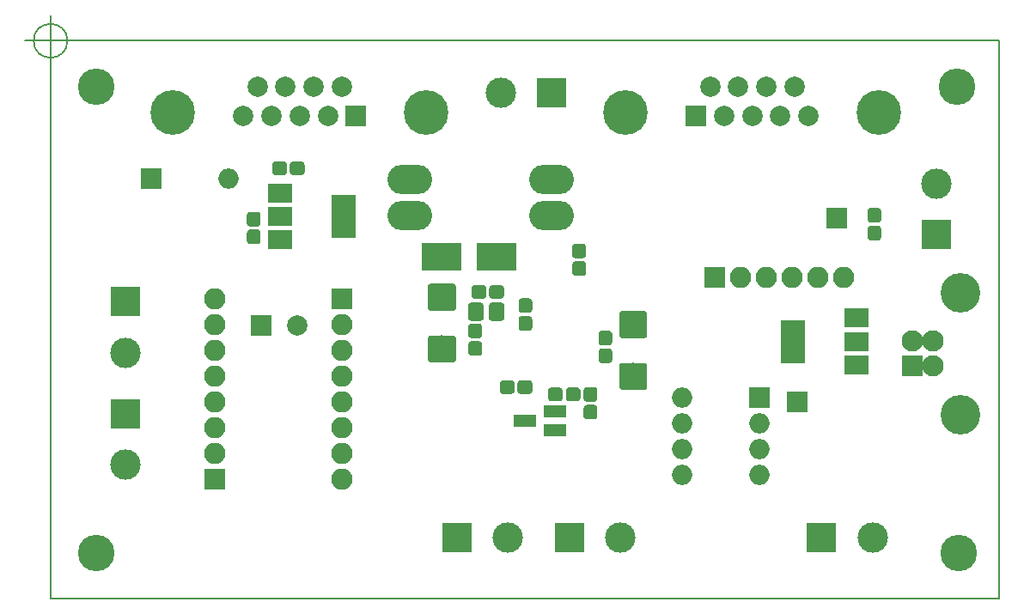
<source format=gbr>
G04 #@! TF.GenerationSoftware,KiCad,Pcbnew,5.1.4*
G04 #@! TF.CreationDate,2020-02-05T09:24:40+03:00*
G04 #@! TF.ProjectId,stm32,73746d33-322e-46b6-9963-61645f706362,rev?*
G04 #@! TF.SameCoordinates,Original*
G04 #@! TF.FileFunction,Soldermask,Bot*
G04 #@! TF.FilePolarity,Negative*
%FSLAX46Y46*%
G04 Gerber Fmt 4.6, Leading zero omitted, Abs format (unit mm)*
G04 Created by KiCad (PCBNEW 5.1.4) date 2020-02-05 09:24:40*
%MOMM*%
%LPD*%
G04 APERTURE LIST*
%ADD10C,0.150000*%
%ADD11C,3.000000*%
%ADD12R,3.000000X3.000000*%
%ADD13C,0.100000*%
%ADD14C,1.350000*%
%ADD15O,4.400000X2.900000*%
%ADD16R,2.100000X2.100000*%
%ADD17C,2.100000*%
%ADD18C,3.900000*%
%ADD19C,3.600000*%
%ADD20R,2.300000X1.200000*%
%ADD21R,2.000000X2.000000*%
%ADD22O,2.000000X2.000000*%
%ADD23R,2.400000X1.900000*%
%ADD24R,2.400000X4.200000*%
%ADD25C,2.000000*%
%ADD26C,2.650000*%
%ADD27R,3.900000X2.700000*%
%ADD28C,1.550000*%
%ADD29O,2.100000X2.100000*%
%ADD30C,4.400000*%
G04 APERTURE END LIST*
D10*
X80500000Y-117500000D02*
X174000000Y-117500000D01*
X174000000Y-62500000D02*
X80500000Y-62500000D01*
X82166666Y-62500000D02*
G75*
G03X82166666Y-62500000I-1666666J0D01*
G01*
X78000000Y-62500000D02*
X83000000Y-62500000D01*
X80500000Y-60000000D02*
X80500000Y-65000000D01*
X80500000Y-117500000D02*
X80500000Y-62500000D01*
X174000000Y-62500000D02*
X174000000Y-117500000D01*
D11*
X161500000Y-111500000D03*
D12*
X156500000Y-111500000D03*
D11*
X124855600Y-67615600D03*
D12*
X129855600Y-67615600D03*
D11*
X87846800Y-104314000D03*
D12*
X87846800Y-99314000D03*
D11*
X87846800Y-93239600D03*
D12*
X87846800Y-88239600D03*
D11*
X167779700Y-76622900D03*
D12*
X167779700Y-81622900D03*
D11*
X125523000Y-111500000D03*
D12*
X120523000Y-111500000D03*
D11*
X136635500Y-111500000D03*
D12*
X131635500Y-111500000D03*
D13*
G36*
X105233681Y-74396325D02*
G01*
X105266443Y-74401185D01*
X105298571Y-74409233D01*
X105329756Y-74420391D01*
X105359696Y-74434552D01*
X105388105Y-74451579D01*
X105414708Y-74471309D01*
X105439249Y-74493551D01*
X105461491Y-74518092D01*
X105481221Y-74544695D01*
X105498248Y-74573104D01*
X105512409Y-74603044D01*
X105523567Y-74634229D01*
X105531615Y-74666357D01*
X105536475Y-74699119D01*
X105538100Y-74732200D01*
X105538100Y-75407200D01*
X105536475Y-75440281D01*
X105531615Y-75473043D01*
X105523567Y-75505171D01*
X105512409Y-75536356D01*
X105498248Y-75566296D01*
X105481221Y-75594705D01*
X105461491Y-75621308D01*
X105439249Y-75645849D01*
X105414708Y-75668091D01*
X105388105Y-75687821D01*
X105359696Y-75704848D01*
X105329756Y-75719009D01*
X105298571Y-75730167D01*
X105266443Y-75738215D01*
X105233681Y-75743075D01*
X105200600Y-75744700D01*
X104425600Y-75744700D01*
X104392519Y-75743075D01*
X104359757Y-75738215D01*
X104327629Y-75730167D01*
X104296444Y-75719009D01*
X104266504Y-75704848D01*
X104238095Y-75687821D01*
X104211492Y-75668091D01*
X104186951Y-75645849D01*
X104164709Y-75621308D01*
X104144979Y-75594705D01*
X104127952Y-75566296D01*
X104113791Y-75536356D01*
X104102633Y-75505171D01*
X104094585Y-75473043D01*
X104089725Y-75440281D01*
X104088100Y-75407200D01*
X104088100Y-74732200D01*
X104089725Y-74699119D01*
X104094585Y-74666357D01*
X104102633Y-74634229D01*
X104113791Y-74603044D01*
X104127952Y-74573104D01*
X104144979Y-74544695D01*
X104164709Y-74518092D01*
X104186951Y-74493551D01*
X104211492Y-74471309D01*
X104238095Y-74451579D01*
X104266504Y-74434552D01*
X104296444Y-74420391D01*
X104327629Y-74409233D01*
X104359757Y-74401185D01*
X104392519Y-74396325D01*
X104425600Y-74394700D01*
X105200600Y-74394700D01*
X105233681Y-74396325D01*
X105233681Y-74396325D01*
G37*
D14*
X104813100Y-75069700D03*
D13*
G36*
X103483681Y-74396325D02*
G01*
X103516443Y-74401185D01*
X103548571Y-74409233D01*
X103579756Y-74420391D01*
X103609696Y-74434552D01*
X103638105Y-74451579D01*
X103664708Y-74471309D01*
X103689249Y-74493551D01*
X103711491Y-74518092D01*
X103731221Y-74544695D01*
X103748248Y-74573104D01*
X103762409Y-74603044D01*
X103773567Y-74634229D01*
X103781615Y-74666357D01*
X103786475Y-74699119D01*
X103788100Y-74732200D01*
X103788100Y-75407200D01*
X103786475Y-75440281D01*
X103781615Y-75473043D01*
X103773567Y-75505171D01*
X103762409Y-75536356D01*
X103748248Y-75566296D01*
X103731221Y-75594705D01*
X103711491Y-75621308D01*
X103689249Y-75645849D01*
X103664708Y-75668091D01*
X103638105Y-75687821D01*
X103609696Y-75704848D01*
X103579756Y-75719009D01*
X103548571Y-75730167D01*
X103516443Y-75738215D01*
X103483681Y-75743075D01*
X103450600Y-75744700D01*
X102675600Y-75744700D01*
X102642519Y-75743075D01*
X102609757Y-75738215D01*
X102577629Y-75730167D01*
X102546444Y-75719009D01*
X102516504Y-75704848D01*
X102488095Y-75687821D01*
X102461492Y-75668091D01*
X102436951Y-75645849D01*
X102414709Y-75621308D01*
X102394979Y-75594705D01*
X102377952Y-75566296D01*
X102363791Y-75536356D01*
X102352633Y-75505171D01*
X102344585Y-75473043D01*
X102339725Y-75440281D01*
X102338100Y-75407200D01*
X102338100Y-74732200D01*
X102339725Y-74699119D01*
X102344585Y-74666357D01*
X102352633Y-74634229D01*
X102363791Y-74603044D01*
X102377952Y-74573104D01*
X102394979Y-74544695D01*
X102414709Y-74518092D01*
X102436951Y-74493551D01*
X102461492Y-74471309D01*
X102488095Y-74451579D01*
X102516504Y-74434552D01*
X102546444Y-74420391D01*
X102577629Y-74409233D01*
X102609757Y-74401185D01*
X102642519Y-74396325D01*
X102675600Y-74394700D01*
X103450600Y-74394700D01*
X103483681Y-74396325D01*
X103483681Y-74396325D01*
G37*
D14*
X103063100Y-75069700D03*
D15*
X129844800Y-79700000D03*
X129844800Y-76200000D03*
X115944800Y-76200000D03*
X115944800Y-79700000D03*
D16*
X165430200Y-94589600D03*
D17*
X165430200Y-92089600D03*
X167430200Y-92089600D03*
X167430200Y-94589600D03*
D18*
X170140200Y-99359600D03*
X170140200Y-87319600D03*
D19*
X85000000Y-67000000D03*
X85000000Y-113000000D03*
X169875200Y-67000000D03*
X170000000Y-113000000D03*
D20*
X127221000Y-99967500D03*
X130221000Y-100917500D03*
X130221000Y-99017500D03*
D13*
G36*
X132419581Y-96688125D02*
G01*
X132452343Y-96692985D01*
X132484471Y-96701033D01*
X132515656Y-96712191D01*
X132545596Y-96726352D01*
X132574005Y-96743379D01*
X132600608Y-96763109D01*
X132625149Y-96785351D01*
X132647391Y-96809892D01*
X132667121Y-96836495D01*
X132684148Y-96864904D01*
X132698309Y-96894844D01*
X132709467Y-96926029D01*
X132717515Y-96958157D01*
X132722375Y-96990919D01*
X132724000Y-97024000D01*
X132724000Y-97699000D01*
X132722375Y-97732081D01*
X132717515Y-97764843D01*
X132709467Y-97796971D01*
X132698309Y-97828156D01*
X132684148Y-97858096D01*
X132667121Y-97886505D01*
X132647391Y-97913108D01*
X132625149Y-97937649D01*
X132600608Y-97959891D01*
X132574005Y-97979621D01*
X132545596Y-97996648D01*
X132515656Y-98010809D01*
X132484471Y-98021967D01*
X132452343Y-98030015D01*
X132419581Y-98034875D01*
X132386500Y-98036500D01*
X131611500Y-98036500D01*
X131578419Y-98034875D01*
X131545657Y-98030015D01*
X131513529Y-98021967D01*
X131482344Y-98010809D01*
X131452404Y-97996648D01*
X131423995Y-97979621D01*
X131397392Y-97959891D01*
X131372851Y-97937649D01*
X131350609Y-97913108D01*
X131330879Y-97886505D01*
X131313852Y-97858096D01*
X131299691Y-97828156D01*
X131288533Y-97796971D01*
X131280485Y-97764843D01*
X131275625Y-97732081D01*
X131274000Y-97699000D01*
X131274000Y-97024000D01*
X131275625Y-96990919D01*
X131280485Y-96958157D01*
X131288533Y-96926029D01*
X131299691Y-96894844D01*
X131313852Y-96864904D01*
X131330879Y-96836495D01*
X131350609Y-96809892D01*
X131372851Y-96785351D01*
X131397392Y-96763109D01*
X131423995Y-96743379D01*
X131452404Y-96726352D01*
X131482344Y-96712191D01*
X131513529Y-96701033D01*
X131545657Y-96692985D01*
X131578419Y-96688125D01*
X131611500Y-96686500D01*
X132386500Y-96686500D01*
X132419581Y-96688125D01*
X132419581Y-96688125D01*
G37*
D14*
X131999000Y-97361500D03*
D13*
G36*
X130669581Y-96688125D02*
G01*
X130702343Y-96692985D01*
X130734471Y-96701033D01*
X130765656Y-96712191D01*
X130795596Y-96726352D01*
X130824005Y-96743379D01*
X130850608Y-96763109D01*
X130875149Y-96785351D01*
X130897391Y-96809892D01*
X130917121Y-96836495D01*
X130934148Y-96864904D01*
X130948309Y-96894844D01*
X130959467Y-96926029D01*
X130967515Y-96958157D01*
X130972375Y-96990919D01*
X130974000Y-97024000D01*
X130974000Y-97699000D01*
X130972375Y-97732081D01*
X130967515Y-97764843D01*
X130959467Y-97796971D01*
X130948309Y-97828156D01*
X130934148Y-97858096D01*
X130917121Y-97886505D01*
X130897391Y-97913108D01*
X130875149Y-97937649D01*
X130850608Y-97959891D01*
X130824005Y-97979621D01*
X130795596Y-97996648D01*
X130765656Y-98010809D01*
X130734471Y-98021967D01*
X130702343Y-98030015D01*
X130669581Y-98034875D01*
X130636500Y-98036500D01*
X129861500Y-98036500D01*
X129828419Y-98034875D01*
X129795657Y-98030015D01*
X129763529Y-98021967D01*
X129732344Y-98010809D01*
X129702404Y-97996648D01*
X129673995Y-97979621D01*
X129647392Y-97959891D01*
X129622851Y-97937649D01*
X129600609Y-97913108D01*
X129580879Y-97886505D01*
X129563852Y-97858096D01*
X129549691Y-97828156D01*
X129538533Y-97796971D01*
X129530485Y-97764843D01*
X129525625Y-97732081D01*
X129524000Y-97699000D01*
X129524000Y-97024000D01*
X129525625Y-96990919D01*
X129530485Y-96958157D01*
X129538533Y-96926029D01*
X129549691Y-96894844D01*
X129563852Y-96864904D01*
X129580879Y-96836495D01*
X129600609Y-96809892D01*
X129622851Y-96785351D01*
X129647392Y-96763109D01*
X129673995Y-96743379D01*
X129702404Y-96726352D01*
X129732344Y-96712191D01*
X129763529Y-96701033D01*
X129795657Y-96692985D01*
X129828419Y-96688125D01*
X129861500Y-96686500D01*
X130636500Y-96686500D01*
X130669581Y-96688125D01*
X130669581Y-96688125D01*
G37*
D14*
X130249000Y-97361500D03*
D13*
G36*
X134084081Y-98388125D02*
G01*
X134116843Y-98392985D01*
X134148971Y-98401033D01*
X134180156Y-98412191D01*
X134210096Y-98426352D01*
X134238505Y-98443379D01*
X134265108Y-98463109D01*
X134289649Y-98485351D01*
X134311891Y-98509892D01*
X134331621Y-98536495D01*
X134348648Y-98564904D01*
X134362809Y-98594844D01*
X134373967Y-98626029D01*
X134382015Y-98658157D01*
X134386875Y-98690919D01*
X134388500Y-98724000D01*
X134388500Y-99499000D01*
X134386875Y-99532081D01*
X134382015Y-99564843D01*
X134373967Y-99596971D01*
X134362809Y-99628156D01*
X134348648Y-99658096D01*
X134331621Y-99686505D01*
X134311891Y-99713108D01*
X134289649Y-99737649D01*
X134265108Y-99759891D01*
X134238505Y-99779621D01*
X134210096Y-99796648D01*
X134180156Y-99810809D01*
X134148971Y-99821967D01*
X134116843Y-99830015D01*
X134084081Y-99834875D01*
X134051000Y-99836500D01*
X133376000Y-99836500D01*
X133342919Y-99834875D01*
X133310157Y-99830015D01*
X133278029Y-99821967D01*
X133246844Y-99810809D01*
X133216904Y-99796648D01*
X133188495Y-99779621D01*
X133161892Y-99759891D01*
X133137351Y-99737649D01*
X133115109Y-99713108D01*
X133095379Y-99686505D01*
X133078352Y-99658096D01*
X133064191Y-99628156D01*
X133053033Y-99596971D01*
X133044985Y-99564843D01*
X133040125Y-99532081D01*
X133038500Y-99499000D01*
X133038500Y-98724000D01*
X133040125Y-98690919D01*
X133044985Y-98658157D01*
X133053033Y-98626029D01*
X133064191Y-98594844D01*
X133078352Y-98564904D01*
X133095379Y-98536495D01*
X133115109Y-98509892D01*
X133137351Y-98485351D01*
X133161892Y-98463109D01*
X133188495Y-98443379D01*
X133216904Y-98426352D01*
X133246844Y-98412191D01*
X133278029Y-98401033D01*
X133310157Y-98392985D01*
X133342919Y-98388125D01*
X133376000Y-98386500D01*
X134051000Y-98386500D01*
X134084081Y-98388125D01*
X134084081Y-98388125D01*
G37*
D14*
X133713500Y-99111500D03*
D13*
G36*
X134084081Y-96638125D02*
G01*
X134116843Y-96642985D01*
X134148971Y-96651033D01*
X134180156Y-96662191D01*
X134210096Y-96676352D01*
X134238505Y-96693379D01*
X134265108Y-96713109D01*
X134289649Y-96735351D01*
X134311891Y-96759892D01*
X134331621Y-96786495D01*
X134348648Y-96814904D01*
X134362809Y-96844844D01*
X134373967Y-96876029D01*
X134382015Y-96908157D01*
X134386875Y-96940919D01*
X134388500Y-96974000D01*
X134388500Y-97749000D01*
X134386875Y-97782081D01*
X134382015Y-97814843D01*
X134373967Y-97846971D01*
X134362809Y-97878156D01*
X134348648Y-97908096D01*
X134331621Y-97936505D01*
X134311891Y-97963108D01*
X134289649Y-97987649D01*
X134265108Y-98009891D01*
X134238505Y-98029621D01*
X134210096Y-98046648D01*
X134180156Y-98060809D01*
X134148971Y-98071967D01*
X134116843Y-98080015D01*
X134084081Y-98084875D01*
X134051000Y-98086500D01*
X133376000Y-98086500D01*
X133342919Y-98084875D01*
X133310157Y-98080015D01*
X133278029Y-98071967D01*
X133246844Y-98060809D01*
X133216904Y-98046648D01*
X133188495Y-98029621D01*
X133161892Y-98009891D01*
X133137351Y-97987649D01*
X133115109Y-97963108D01*
X133095379Y-97936505D01*
X133078352Y-97908096D01*
X133064191Y-97878156D01*
X133053033Y-97846971D01*
X133044985Y-97814843D01*
X133040125Y-97782081D01*
X133038500Y-97749000D01*
X133038500Y-96974000D01*
X133040125Y-96940919D01*
X133044985Y-96908157D01*
X133053033Y-96876029D01*
X133064191Y-96844844D01*
X133078352Y-96814904D01*
X133095379Y-96786495D01*
X133115109Y-96759892D01*
X133137351Y-96735351D01*
X133161892Y-96713109D01*
X133188495Y-96693379D01*
X133216904Y-96676352D01*
X133246844Y-96662191D01*
X133278029Y-96651033D01*
X133310157Y-96642985D01*
X133342919Y-96638125D01*
X133376000Y-96636500D01*
X134051000Y-96636500D01*
X134084081Y-96638125D01*
X134084081Y-96638125D01*
G37*
D14*
X133713500Y-97361500D03*
D13*
G36*
X162066981Y-78981825D02*
G01*
X162099743Y-78986685D01*
X162131871Y-78994733D01*
X162163056Y-79005891D01*
X162192996Y-79020052D01*
X162221405Y-79037079D01*
X162248008Y-79056809D01*
X162272549Y-79079051D01*
X162294791Y-79103592D01*
X162314521Y-79130195D01*
X162331548Y-79158604D01*
X162345709Y-79188544D01*
X162356867Y-79219729D01*
X162364915Y-79251857D01*
X162369775Y-79284619D01*
X162371400Y-79317700D01*
X162371400Y-80092700D01*
X162369775Y-80125781D01*
X162364915Y-80158543D01*
X162356867Y-80190671D01*
X162345709Y-80221856D01*
X162331548Y-80251796D01*
X162314521Y-80280205D01*
X162294791Y-80306808D01*
X162272549Y-80331349D01*
X162248008Y-80353591D01*
X162221405Y-80373321D01*
X162192996Y-80390348D01*
X162163056Y-80404509D01*
X162131871Y-80415667D01*
X162099743Y-80423715D01*
X162066981Y-80428575D01*
X162033900Y-80430200D01*
X161358900Y-80430200D01*
X161325819Y-80428575D01*
X161293057Y-80423715D01*
X161260929Y-80415667D01*
X161229744Y-80404509D01*
X161199804Y-80390348D01*
X161171395Y-80373321D01*
X161144792Y-80353591D01*
X161120251Y-80331349D01*
X161098009Y-80306808D01*
X161078279Y-80280205D01*
X161061252Y-80251796D01*
X161047091Y-80221856D01*
X161035933Y-80190671D01*
X161027885Y-80158543D01*
X161023025Y-80125781D01*
X161021400Y-80092700D01*
X161021400Y-79317700D01*
X161023025Y-79284619D01*
X161027885Y-79251857D01*
X161035933Y-79219729D01*
X161047091Y-79188544D01*
X161061252Y-79158604D01*
X161078279Y-79130195D01*
X161098009Y-79103592D01*
X161120251Y-79079051D01*
X161144792Y-79056809D01*
X161171395Y-79037079D01*
X161199804Y-79020052D01*
X161229744Y-79005891D01*
X161260929Y-78994733D01*
X161293057Y-78986685D01*
X161325819Y-78981825D01*
X161358900Y-78980200D01*
X162033900Y-78980200D01*
X162066981Y-78981825D01*
X162066981Y-78981825D01*
G37*
D14*
X161696400Y-79705200D03*
D13*
G36*
X162066981Y-80731825D02*
G01*
X162099743Y-80736685D01*
X162131871Y-80744733D01*
X162163056Y-80755891D01*
X162192996Y-80770052D01*
X162221405Y-80787079D01*
X162248008Y-80806809D01*
X162272549Y-80829051D01*
X162294791Y-80853592D01*
X162314521Y-80880195D01*
X162331548Y-80908604D01*
X162345709Y-80938544D01*
X162356867Y-80969729D01*
X162364915Y-81001857D01*
X162369775Y-81034619D01*
X162371400Y-81067700D01*
X162371400Y-81842700D01*
X162369775Y-81875781D01*
X162364915Y-81908543D01*
X162356867Y-81940671D01*
X162345709Y-81971856D01*
X162331548Y-82001796D01*
X162314521Y-82030205D01*
X162294791Y-82056808D01*
X162272549Y-82081349D01*
X162248008Y-82103591D01*
X162221405Y-82123321D01*
X162192996Y-82140348D01*
X162163056Y-82154509D01*
X162131871Y-82165667D01*
X162099743Y-82173715D01*
X162066981Y-82178575D01*
X162033900Y-82180200D01*
X161358900Y-82180200D01*
X161325819Y-82178575D01*
X161293057Y-82173715D01*
X161260929Y-82165667D01*
X161229744Y-82154509D01*
X161199804Y-82140348D01*
X161171395Y-82123321D01*
X161144792Y-82103591D01*
X161120251Y-82081349D01*
X161098009Y-82056808D01*
X161078279Y-82030205D01*
X161061252Y-82001796D01*
X161047091Y-81971856D01*
X161035933Y-81940671D01*
X161027885Y-81908543D01*
X161023025Y-81875781D01*
X161021400Y-81842700D01*
X161021400Y-81067700D01*
X161023025Y-81034619D01*
X161027885Y-81001857D01*
X161035933Y-80969729D01*
X161047091Y-80938544D01*
X161061252Y-80908604D01*
X161078279Y-80880195D01*
X161098009Y-80853592D01*
X161120251Y-80829051D01*
X161144792Y-80806809D01*
X161171395Y-80787079D01*
X161199804Y-80770052D01*
X161229744Y-80755891D01*
X161260929Y-80744733D01*
X161293057Y-80736685D01*
X161325819Y-80731825D01*
X161358900Y-80730200D01*
X162033900Y-80730200D01*
X162066981Y-80731825D01*
X162066981Y-80731825D01*
G37*
D14*
X161696400Y-81455200D03*
D21*
X90449400Y-76111100D03*
D22*
X98069400Y-76111100D03*
D16*
X157975300Y-79997300D03*
X154127200Y-98145600D03*
D23*
X103097800Y-82132200D03*
X103097800Y-77532200D03*
X103097800Y-79832200D03*
D24*
X109397800Y-79832200D03*
X153643800Y-92137200D03*
D23*
X159943800Y-92137200D03*
X159943800Y-94437200D03*
X159943800Y-89837200D03*
D21*
X101295200Y-90576400D03*
D25*
X104795200Y-90576400D03*
D13*
G36*
X100903781Y-79364125D02*
G01*
X100936543Y-79368985D01*
X100968671Y-79377033D01*
X100999856Y-79388191D01*
X101029796Y-79402352D01*
X101058205Y-79419379D01*
X101084808Y-79439109D01*
X101109349Y-79461351D01*
X101131591Y-79485892D01*
X101151321Y-79512495D01*
X101168348Y-79540904D01*
X101182509Y-79570844D01*
X101193667Y-79602029D01*
X101201715Y-79634157D01*
X101206575Y-79666919D01*
X101208200Y-79700000D01*
X101208200Y-80475000D01*
X101206575Y-80508081D01*
X101201715Y-80540843D01*
X101193667Y-80572971D01*
X101182509Y-80604156D01*
X101168348Y-80634096D01*
X101151321Y-80662505D01*
X101131591Y-80689108D01*
X101109349Y-80713649D01*
X101084808Y-80735891D01*
X101058205Y-80755621D01*
X101029796Y-80772648D01*
X100999856Y-80786809D01*
X100968671Y-80797967D01*
X100936543Y-80806015D01*
X100903781Y-80810875D01*
X100870700Y-80812500D01*
X100195700Y-80812500D01*
X100162619Y-80810875D01*
X100129857Y-80806015D01*
X100097729Y-80797967D01*
X100066544Y-80786809D01*
X100036604Y-80772648D01*
X100008195Y-80755621D01*
X99981592Y-80735891D01*
X99957051Y-80713649D01*
X99934809Y-80689108D01*
X99915079Y-80662505D01*
X99898052Y-80634096D01*
X99883891Y-80604156D01*
X99872733Y-80572971D01*
X99864685Y-80540843D01*
X99859825Y-80508081D01*
X99858200Y-80475000D01*
X99858200Y-79700000D01*
X99859825Y-79666919D01*
X99864685Y-79634157D01*
X99872733Y-79602029D01*
X99883891Y-79570844D01*
X99898052Y-79540904D01*
X99915079Y-79512495D01*
X99934809Y-79485892D01*
X99957051Y-79461351D01*
X99981592Y-79439109D01*
X100008195Y-79419379D01*
X100036604Y-79402352D01*
X100066544Y-79388191D01*
X100097729Y-79377033D01*
X100129857Y-79368985D01*
X100162619Y-79364125D01*
X100195700Y-79362500D01*
X100870700Y-79362500D01*
X100903781Y-79364125D01*
X100903781Y-79364125D01*
G37*
D14*
X100533200Y-80087500D03*
D13*
G36*
X100903781Y-81114125D02*
G01*
X100936543Y-81118985D01*
X100968671Y-81127033D01*
X100999856Y-81138191D01*
X101029796Y-81152352D01*
X101058205Y-81169379D01*
X101084808Y-81189109D01*
X101109349Y-81211351D01*
X101131591Y-81235892D01*
X101151321Y-81262495D01*
X101168348Y-81290904D01*
X101182509Y-81320844D01*
X101193667Y-81352029D01*
X101201715Y-81384157D01*
X101206575Y-81416919D01*
X101208200Y-81450000D01*
X101208200Y-82225000D01*
X101206575Y-82258081D01*
X101201715Y-82290843D01*
X101193667Y-82322971D01*
X101182509Y-82354156D01*
X101168348Y-82384096D01*
X101151321Y-82412505D01*
X101131591Y-82439108D01*
X101109349Y-82463649D01*
X101084808Y-82485891D01*
X101058205Y-82505621D01*
X101029796Y-82522648D01*
X100999856Y-82536809D01*
X100968671Y-82547967D01*
X100936543Y-82556015D01*
X100903781Y-82560875D01*
X100870700Y-82562500D01*
X100195700Y-82562500D01*
X100162619Y-82560875D01*
X100129857Y-82556015D01*
X100097729Y-82547967D01*
X100066544Y-82536809D01*
X100036604Y-82522648D01*
X100008195Y-82505621D01*
X99981592Y-82485891D01*
X99957051Y-82463649D01*
X99934809Y-82439108D01*
X99915079Y-82412505D01*
X99898052Y-82384096D01*
X99883891Y-82354156D01*
X99872733Y-82322971D01*
X99864685Y-82290843D01*
X99859825Y-82258081D01*
X99858200Y-82225000D01*
X99858200Y-81450000D01*
X99859825Y-81416919D01*
X99864685Y-81384157D01*
X99872733Y-81352029D01*
X99883891Y-81320844D01*
X99898052Y-81290904D01*
X99915079Y-81262495D01*
X99934809Y-81235892D01*
X99957051Y-81211351D01*
X99981592Y-81189109D01*
X100008195Y-81169379D01*
X100036604Y-81152352D01*
X100066544Y-81138191D01*
X100097729Y-81127033D01*
X100129857Y-81118985D01*
X100162619Y-81114125D01*
X100195700Y-81112500D01*
X100870700Y-81112500D01*
X100903781Y-81114125D01*
X100903781Y-81114125D01*
G37*
D14*
X100533200Y-81837500D03*
D13*
G36*
X120184617Y-91551518D02*
G01*
X120213199Y-91555758D01*
X120241229Y-91562779D01*
X120268435Y-91572513D01*
X120294556Y-91584868D01*
X120319340Y-91599723D01*
X120342549Y-91616936D01*
X120363959Y-91636341D01*
X120383364Y-91657751D01*
X120400577Y-91680960D01*
X120415432Y-91705744D01*
X120427787Y-91731865D01*
X120437521Y-91759071D01*
X120444542Y-91787101D01*
X120448782Y-91815683D01*
X120450200Y-91844544D01*
X120450200Y-93905656D01*
X120448782Y-93934517D01*
X120444542Y-93963099D01*
X120437521Y-93991129D01*
X120427787Y-94018335D01*
X120415432Y-94044456D01*
X120400577Y-94069240D01*
X120383364Y-94092449D01*
X120363959Y-94113859D01*
X120342549Y-94133264D01*
X120319340Y-94150477D01*
X120294556Y-94165332D01*
X120268435Y-94177687D01*
X120241229Y-94187421D01*
X120213199Y-94194442D01*
X120184617Y-94198682D01*
X120155756Y-94200100D01*
X117994644Y-94200100D01*
X117965783Y-94198682D01*
X117937201Y-94194442D01*
X117909171Y-94187421D01*
X117881965Y-94177687D01*
X117855844Y-94165332D01*
X117831060Y-94150477D01*
X117807851Y-94133264D01*
X117786441Y-94113859D01*
X117767036Y-94092449D01*
X117749823Y-94069240D01*
X117734968Y-94044456D01*
X117722613Y-94018335D01*
X117712879Y-93991129D01*
X117705858Y-93963099D01*
X117701618Y-93934517D01*
X117700200Y-93905656D01*
X117700200Y-91844544D01*
X117701618Y-91815683D01*
X117705858Y-91787101D01*
X117712879Y-91759071D01*
X117722613Y-91731865D01*
X117734968Y-91705744D01*
X117749823Y-91680960D01*
X117767036Y-91657751D01*
X117786441Y-91636341D01*
X117807851Y-91616936D01*
X117831060Y-91599723D01*
X117855844Y-91584868D01*
X117881965Y-91572513D01*
X117909171Y-91562779D01*
X117937201Y-91555758D01*
X117965783Y-91551518D01*
X117994644Y-91550100D01*
X120155756Y-91550100D01*
X120184617Y-91551518D01*
X120184617Y-91551518D01*
G37*
D26*
X119075200Y-92875100D03*
D13*
G36*
X120184617Y-86451518D02*
G01*
X120213199Y-86455758D01*
X120241229Y-86462779D01*
X120268435Y-86472513D01*
X120294556Y-86484868D01*
X120319340Y-86499723D01*
X120342549Y-86516936D01*
X120363959Y-86536341D01*
X120383364Y-86557751D01*
X120400577Y-86580960D01*
X120415432Y-86605744D01*
X120427787Y-86631865D01*
X120437521Y-86659071D01*
X120444542Y-86687101D01*
X120448782Y-86715683D01*
X120450200Y-86744544D01*
X120450200Y-88805656D01*
X120448782Y-88834517D01*
X120444542Y-88863099D01*
X120437521Y-88891129D01*
X120427787Y-88918335D01*
X120415432Y-88944456D01*
X120400577Y-88969240D01*
X120383364Y-88992449D01*
X120363959Y-89013859D01*
X120342549Y-89033264D01*
X120319340Y-89050477D01*
X120294556Y-89065332D01*
X120268435Y-89077687D01*
X120241229Y-89087421D01*
X120213199Y-89094442D01*
X120184617Y-89098682D01*
X120155756Y-89100100D01*
X117994644Y-89100100D01*
X117965783Y-89098682D01*
X117937201Y-89094442D01*
X117909171Y-89087421D01*
X117881965Y-89077687D01*
X117855844Y-89065332D01*
X117831060Y-89050477D01*
X117807851Y-89033264D01*
X117786441Y-89013859D01*
X117767036Y-88992449D01*
X117749823Y-88969240D01*
X117734968Y-88944456D01*
X117722613Y-88918335D01*
X117712879Y-88891129D01*
X117705858Y-88863099D01*
X117701618Y-88834517D01*
X117700200Y-88805656D01*
X117700200Y-86744544D01*
X117701618Y-86715683D01*
X117705858Y-86687101D01*
X117712879Y-86659071D01*
X117722613Y-86631865D01*
X117734968Y-86605744D01*
X117749823Y-86580960D01*
X117767036Y-86557751D01*
X117786441Y-86536341D01*
X117807851Y-86516936D01*
X117831060Y-86499723D01*
X117855844Y-86484868D01*
X117881965Y-86472513D01*
X117909171Y-86462779D01*
X117937201Y-86455758D01*
X117965783Y-86451518D01*
X117994644Y-86450100D01*
X120155756Y-86450100D01*
X120184617Y-86451518D01*
X120184617Y-86451518D01*
G37*
D26*
X119075200Y-87775100D03*
D13*
G36*
X135549381Y-91084925D02*
G01*
X135582143Y-91089785D01*
X135614271Y-91097833D01*
X135645456Y-91108991D01*
X135675396Y-91123152D01*
X135703805Y-91140179D01*
X135730408Y-91159909D01*
X135754949Y-91182151D01*
X135777191Y-91206692D01*
X135796921Y-91233295D01*
X135813948Y-91261704D01*
X135828109Y-91291644D01*
X135839267Y-91322829D01*
X135847315Y-91354957D01*
X135852175Y-91387719D01*
X135853800Y-91420800D01*
X135853800Y-92195800D01*
X135852175Y-92228881D01*
X135847315Y-92261643D01*
X135839267Y-92293771D01*
X135828109Y-92324956D01*
X135813948Y-92354896D01*
X135796921Y-92383305D01*
X135777191Y-92409908D01*
X135754949Y-92434449D01*
X135730408Y-92456691D01*
X135703805Y-92476421D01*
X135675396Y-92493448D01*
X135645456Y-92507609D01*
X135614271Y-92518767D01*
X135582143Y-92526815D01*
X135549381Y-92531675D01*
X135516300Y-92533300D01*
X134841300Y-92533300D01*
X134808219Y-92531675D01*
X134775457Y-92526815D01*
X134743329Y-92518767D01*
X134712144Y-92507609D01*
X134682204Y-92493448D01*
X134653795Y-92476421D01*
X134627192Y-92456691D01*
X134602651Y-92434449D01*
X134580409Y-92409908D01*
X134560679Y-92383305D01*
X134543652Y-92354896D01*
X134529491Y-92324956D01*
X134518333Y-92293771D01*
X134510285Y-92261643D01*
X134505425Y-92228881D01*
X134503800Y-92195800D01*
X134503800Y-91420800D01*
X134505425Y-91387719D01*
X134510285Y-91354957D01*
X134518333Y-91322829D01*
X134529491Y-91291644D01*
X134543652Y-91261704D01*
X134560679Y-91233295D01*
X134580409Y-91206692D01*
X134602651Y-91182151D01*
X134627192Y-91159909D01*
X134653795Y-91140179D01*
X134682204Y-91123152D01*
X134712144Y-91108991D01*
X134743329Y-91097833D01*
X134775457Y-91089785D01*
X134808219Y-91084925D01*
X134841300Y-91083300D01*
X135516300Y-91083300D01*
X135549381Y-91084925D01*
X135549381Y-91084925D01*
G37*
D14*
X135178800Y-91808300D03*
D13*
G36*
X135549381Y-92834925D02*
G01*
X135582143Y-92839785D01*
X135614271Y-92847833D01*
X135645456Y-92858991D01*
X135675396Y-92873152D01*
X135703805Y-92890179D01*
X135730408Y-92909909D01*
X135754949Y-92932151D01*
X135777191Y-92956692D01*
X135796921Y-92983295D01*
X135813948Y-93011704D01*
X135828109Y-93041644D01*
X135839267Y-93072829D01*
X135847315Y-93104957D01*
X135852175Y-93137719D01*
X135853800Y-93170800D01*
X135853800Y-93945800D01*
X135852175Y-93978881D01*
X135847315Y-94011643D01*
X135839267Y-94043771D01*
X135828109Y-94074956D01*
X135813948Y-94104896D01*
X135796921Y-94133305D01*
X135777191Y-94159908D01*
X135754949Y-94184449D01*
X135730408Y-94206691D01*
X135703805Y-94226421D01*
X135675396Y-94243448D01*
X135645456Y-94257609D01*
X135614271Y-94268767D01*
X135582143Y-94276815D01*
X135549381Y-94281675D01*
X135516300Y-94283300D01*
X134841300Y-94283300D01*
X134808219Y-94281675D01*
X134775457Y-94276815D01*
X134743329Y-94268767D01*
X134712144Y-94257609D01*
X134682204Y-94243448D01*
X134653795Y-94226421D01*
X134627192Y-94206691D01*
X134602651Y-94184449D01*
X134580409Y-94159908D01*
X134560679Y-94133305D01*
X134543652Y-94104896D01*
X134529491Y-94074956D01*
X134518333Y-94043771D01*
X134510285Y-94011643D01*
X134505425Y-93978881D01*
X134503800Y-93945800D01*
X134503800Y-93170800D01*
X134505425Y-93137719D01*
X134510285Y-93104957D01*
X134518333Y-93072829D01*
X134529491Y-93041644D01*
X134543652Y-93011704D01*
X134560679Y-92983295D01*
X134580409Y-92956692D01*
X134602651Y-92932151D01*
X134627192Y-92909909D01*
X134653795Y-92890179D01*
X134682204Y-92873152D01*
X134712144Y-92858991D01*
X134743329Y-92847833D01*
X134775457Y-92839785D01*
X134808219Y-92834925D01*
X134841300Y-92833300D01*
X135516300Y-92833300D01*
X135549381Y-92834925D01*
X135549381Y-92834925D01*
G37*
D14*
X135178800Y-93558300D03*
D13*
G36*
X139044117Y-89156618D02*
G01*
X139072699Y-89160858D01*
X139100729Y-89167879D01*
X139127935Y-89177613D01*
X139154056Y-89189968D01*
X139178840Y-89204823D01*
X139202049Y-89222036D01*
X139223459Y-89241441D01*
X139242864Y-89262851D01*
X139260077Y-89286060D01*
X139274932Y-89310844D01*
X139287287Y-89336965D01*
X139297021Y-89364171D01*
X139304042Y-89392201D01*
X139308282Y-89420783D01*
X139309700Y-89449644D01*
X139309700Y-91510756D01*
X139308282Y-91539617D01*
X139304042Y-91568199D01*
X139297021Y-91596229D01*
X139287287Y-91623435D01*
X139274932Y-91649556D01*
X139260077Y-91674340D01*
X139242864Y-91697549D01*
X139223459Y-91718959D01*
X139202049Y-91738364D01*
X139178840Y-91755577D01*
X139154056Y-91770432D01*
X139127935Y-91782787D01*
X139100729Y-91792521D01*
X139072699Y-91799542D01*
X139044117Y-91803782D01*
X139015256Y-91805200D01*
X136854144Y-91805200D01*
X136825283Y-91803782D01*
X136796701Y-91799542D01*
X136768671Y-91792521D01*
X136741465Y-91782787D01*
X136715344Y-91770432D01*
X136690560Y-91755577D01*
X136667351Y-91738364D01*
X136645941Y-91718959D01*
X136626536Y-91697549D01*
X136609323Y-91674340D01*
X136594468Y-91649556D01*
X136582113Y-91623435D01*
X136572379Y-91596229D01*
X136565358Y-91568199D01*
X136561118Y-91539617D01*
X136559700Y-91510756D01*
X136559700Y-89449644D01*
X136561118Y-89420783D01*
X136565358Y-89392201D01*
X136572379Y-89364171D01*
X136582113Y-89336965D01*
X136594468Y-89310844D01*
X136609323Y-89286060D01*
X136626536Y-89262851D01*
X136645941Y-89241441D01*
X136667351Y-89222036D01*
X136690560Y-89204823D01*
X136715344Y-89189968D01*
X136741465Y-89177613D01*
X136768671Y-89167879D01*
X136796701Y-89160858D01*
X136825283Y-89156618D01*
X136854144Y-89155200D01*
X139015256Y-89155200D01*
X139044117Y-89156618D01*
X139044117Y-89156618D01*
G37*
D26*
X137934700Y-90480200D03*
D13*
G36*
X139044117Y-94256618D02*
G01*
X139072699Y-94260858D01*
X139100729Y-94267879D01*
X139127935Y-94277613D01*
X139154056Y-94289968D01*
X139178840Y-94304823D01*
X139202049Y-94322036D01*
X139223459Y-94341441D01*
X139242864Y-94362851D01*
X139260077Y-94386060D01*
X139274932Y-94410844D01*
X139287287Y-94436965D01*
X139297021Y-94464171D01*
X139304042Y-94492201D01*
X139308282Y-94520783D01*
X139309700Y-94549644D01*
X139309700Y-96610756D01*
X139308282Y-96639617D01*
X139304042Y-96668199D01*
X139297021Y-96696229D01*
X139287287Y-96723435D01*
X139274932Y-96749556D01*
X139260077Y-96774340D01*
X139242864Y-96797549D01*
X139223459Y-96818959D01*
X139202049Y-96838364D01*
X139178840Y-96855577D01*
X139154056Y-96870432D01*
X139127935Y-96882787D01*
X139100729Y-96892521D01*
X139072699Y-96899542D01*
X139044117Y-96903782D01*
X139015256Y-96905200D01*
X136854144Y-96905200D01*
X136825283Y-96903782D01*
X136796701Y-96899542D01*
X136768671Y-96892521D01*
X136741465Y-96882787D01*
X136715344Y-96870432D01*
X136690560Y-96855577D01*
X136667351Y-96838364D01*
X136645941Y-96818959D01*
X136626536Y-96797549D01*
X136609323Y-96774340D01*
X136594468Y-96749556D01*
X136582113Y-96723435D01*
X136572379Y-96696229D01*
X136565358Y-96668199D01*
X136561118Y-96639617D01*
X136559700Y-96610756D01*
X136559700Y-94549644D01*
X136561118Y-94520783D01*
X136565358Y-94492201D01*
X136572379Y-94464171D01*
X136582113Y-94436965D01*
X136594468Y-94410844D01*
X136609323Y-94386060D01*
X136626536Y-94362851D01*
X136645941Y-94341441D01*
X136667351Y-94322036D01*
X136690560Y-94304823D01*
X136715344Y-94289968D01*
X136741465Y-94277613D01*
X136768671Y-94267879D01*
X136796701Y-94260858D01*
X136825283Y-94256618D01*
X136854144Y-94255200D01*
X139015256Y-94255200D01*
X139044117Y-94256618D01*
X139044117Y-94256618D01*
G37*
D26*
X137934700Y-95580200D03*
D27*
X124460000Y-83769200D03*
X119060000Y-83769200D03*
D13*
G36*
X124936371Y-88319123D02*
G01*
X124969081Y-88323975D01*
X125001157Y-88332009D01*
X125032291Y-88343149D01*
X125062184Y-88357287D01*
X125090547Y-88374287D01*
X125117107Y-88393985D01*
X125141608Y-88416192D01*
X125163815Y-88440693D01*
X125183513Y-88467253D01*
X125200513Y-88495616D01*
X125214651Y-88525509D01*
X125225791Y-88556643D01*
X125233825Y-88588719D01*
X125238677Y-88621429D01*
X125240300Y-88654456D01*
X125240300Y-89780544D01*
X125238677Y-89813571D01*
X125233825Y-89846281D01*
X125225791Y-89878357D01*
X125214651Y-89909491D01*
X125200513Y-89939384D01*
X125183513Y-89967747D01*
X125163815Y-89994307D01*
X125141608Y-90018808D01*
X125117107Y-90041015D01*
X125090547Y-90060713D01*
X125062184Y-90077713D01*
X125032291Y-90091851D01*
X125001157Y-90102991D01*
X124969081Y-90111025D01*
X124936371Y-90115877D01*
X124903344Y-90117500D01*
X124027256Y-90117500D01*
X123994229Y-90115877D01*
X123961519Y-90111025D01*
X123929443Y-90102991D01*
X123898309Y-90091851D01*
X123868416Y-90077713D01*
X123840053Y-90060713D01*
X123813493Y-90041015D01*
X123788992Y-90018808D01*
X123766785Y-89994307D01*
X123747087Y-89967747D01*
X123730087Y-89939384D01*
X123715949Y-89909491D01*
X123704809Y-89878357D01*
X123696775Y-89846281D01*
X123691923Y-89813571D01*
X123690300Y-89780544D01*
X123690300Y-88654456D01*
X123691923Y-88621429D01*
X123696775Y-88588719D01*
X123704809Y-88556643D01*
X123715949Y-88525509D01*
X123730087Y-88495616D01*
X123747087Y-88467253D01*
X123766785Y-88440693D01*
X123788992Y-88416192D01*
X123813493Y-88393985D01*
X123840053Y-88374287D01*
X123868416Y-88357287D01*
X123898309Y-88343149D01*
X123929443Y-88332009D01*
X123961519Y-88323975D01*
X123994229Y-88319123D01*
X124027256Y-88317500D01*
X124903344Y-88317500D01*
X124936371Y-88319123D01*
X124936371Y-88319123D01*
G37*
D28*
X124465300Y-89217500D03*
D13*
G36*
X122886371Y-88319123D02*
G01*
X122919081Y-88323975D01*
X122951157Y-88332009D01*
X122982291Y-88343149D01*
X123012184Y-88357287D01*
X123040547Y-88374287D01*
X123067107Y-88393985D01*
X123091608Y-88416192D01*
X123113815Y-88440693D01*
X123133513Y-88467253D01*
X123150513Y-88495616D01*
X123164651Y-88525509D01*
X123175791Y-88556643D01*
X123183825Y-88588719D01*
X123188677Y-88621429D01*
X123190300Y-88654456D01*
X123190300Y-89780544D01*
X123188677Y-89813571D01*
X123183825Y-89846281D01*
X123175791Y-89878357D01*
X123164651Y-89909491D01*
X123150513Y-89939384D01*
X123133513Y-89967747D01*
X123113815Y-89994307D01*
X123091608Y-90018808D01*
X123067107Y-90041015D01*
X123040547Y-90060713D01*
X123012184Y-90077713D01*
X122982291Y-90091851D01*
X122951157Y-90102991D01*
X122919081Y-90111025D01*
X122886371Y-90115877D01*
X122853344Y-90117500D01*
X121977256Y-90117500D01*
X121944229Y-90115877D01*
X121911519Y-90111025D01*
X121879443Y-90102991D01*
X121848309Y-90091851D01*
X121818416Y-90077713D01*
X121790053Y-90060713D01*
X121763493Y-90041015D01*
X121738992Y-90018808D01*
X121716785Y-89994307D01*
X121697087Y-89967747D01*
X121680087Y-89939384D01*
X121665949Y-89909491D01*
X121654809Y-89878357D01*
X121646775Y-89846281D01*
X121641923Y-89813571D01*
X121640300Y-89780544D01*
X121640300Y-88654456D01*
X121641923Y-88621429D01*
X121646775Y-88588719D01*
X121654809Y-88556643D01*
X121665949Y-88525509D01*
X121680087Y-88495616D01*
X121697087Y-88467253D01*
X121716785Y-88440693D01*
X121738992Y-88416192D01*
X121763493Y-88393985D01*
X121790053Y-88374287D01*
X121818416Y-88357287D01*
X121848309Y-88343149D01*
X121879443Y-88332009D01*
X121911519Y-88323975D01*
X121944229Y-88319123D01*
X121977256Y-88317500D01*
X122853344Y-88317500D01*
X122886371Y-88319123D01*
X122886371Y-88319123D01*
G37*
D28*
X122415300Y-89217500D03*
D16*
X96720000Y-105735600D03*
D29*
X96720000Y-103195600D03*
X96720000Y-100655600D03*
X96720000Y-98115600D03*
X96720000Y-95575600D03*
X96720000Y-93035600D03*
X96720000Y-90495600D03*
X96720000Y-87955600D03*
X109220000Y-105735600D03*
X109220000Y-103195600D03*
X109220000Y-100655600D03*
X109220000Y-98115600D03*
X109220000Y-95575600D03*
X109220000Y-93035600D03*
X109220000Y-90495600D03*
D16*
X109220000Y-87955600D03*
D21*
X110591600Y-69889062D03*
D25*
X107821600Y-69889062D03*
X105051600Y-69889062D03*
X102281600Y-69889062D03*
X99511600Y-69889062D03*
X109206600Y-67049062D03*
X106436600Y-67049062D03*
X103666600Y-67049062D03*
X100896600Y-67049062D03*
D30*
X92551600Y-69589062D03*
X117551600Y-69589062D03*
D21*
X144119600Y-69889062D03*
D25*
X146889600Y-69889062D03*
X149659600Y-69889062D03*
X152429600Y-69889062D03*
X155199600Y-69889062D03*
X145504600Y-67049062D03*
X148274600Y-67049062D03*
X151044600Y-67049062D03*
X153814600Y-67049062D03*
D30*
X137159600Y-69589062D03*
X162159600Y-69589062D03*
D16*
X145948400Y-85852000D03*
D29*
X148488400Y-85852000D03*
X151028400Y-85852000D03*
X153568400Y-85852000D03*
X156108400Y-85852000D03*
X158648400Y-85852000D03*
D13*
G36*
X127670081Y-87889125D02*
G01*
X127702843Y-87893985D01*
X127734971Y-87902033D01*
X127766156Y-87913191D01*
X127796096Y-87927352D01*
X127824505Y-87944379D01*
X127851108Y-87964109D01*
X127875649Y-87986351D01*
X127897891Y-88010892D01*
X127917621Y-88037495D01*
X127934648Y-88065904D01*
X127948809Y-88095844D01*
X127959967Y-88127029D01*
X127968015Y-88159157D01*
X127972875Y-88191919D01*
X127974500Y-88225000D01*
X127974500Y-89000000D01*
X127972875Y-89033081D01*
X127968015Y-89065843D01*
X127959967Y-89097971D01*
X127948809Y-89129156D01*
X127934648Y-89159096D01*
X127917621Y-89187505D01*
X127897891Y-89214108D01*
X127875649Y-89238649D01*
X127851108Y-89260891D01*
X127824505Y-89280621D01*
X127796096Y-89297648D01*
X127766156Y-89311809D01*
X127734971Y-89322967D01*
X127702843Y-89331015D01*
X127670081Y-89335875D01*
X127637000Y-89337500D01*
X126962000Y-89337500D01*
X126928919Y-89335875D01*
X126896157Y-89331015D01*
X126864029Y-89322967D01*
X126832844Y-89311809D01*
X126802904Y-89297648D01*
X126774495Y-89280621D01*
X126747892Y-89260891D01*
X126723351Y-89238649D01*
X126701109Y-89214108D01*
X126681379Y-89187505D01*
X126664352Y-89159096D01*
X126650191Y-89129156D01*
X126639033Y-89097971D01*
X126630985Y-89065843D01*
X126626125Y-89033081D01*
X126624500Y-89000000D01*
X126624500Y-88225000D01*
X126626125Y-88191919D01*
X126630985Y-88159157D01*
X126639033Y-88127029D01*
X126650191Y-88095844D01*
X126664352Y-88065904D01*
X126681379Y-88037495D01*
X126701109Y-88010892D01*
X126723351Y-87986351D01*
X126747892Y-87964109D01*
X126774495Y-87944379D01*
X126802904Y-87927352D01*
X126832844Y-87913191D01*
X126864029Y-87902033D01*
X126896157Y-87893985D01*
X126928919Y-87889125D01*
X126962000Y-87887500D01*
X127637000Y-87887500D01*
X127670081Y-87889125D01*
X127670081Y-87889125D01*
G37*
D14*
X127299500Y-88612500D03*
D13*
G36*
X127670081Y-89639125D02*
G01*
X127702843Y-89643985D01*
X127734971Y-89652033D01*
X127766156Y-89663191D01*
X127796096Y-89677352D01*
X127824505Y-89694379D01*
X127851108Y-89714109D01*
X127875649Y-89736351D01*
X127897891Y-89760892D01*
X127917621Y-89787495D01*
X127934648Y-89815904D01*
X127948809Y-89845844D01*
X127959967Y-89877029D01*
X127968015Y-89909157D01*
X127972875Y-89941919D01*
X127974500Y-89975000D01*
X127974500Y-90750000D01*
X127972875Y-90783081D01*
X127968015Y-90815843D01*
X127959967Y-90847971D01*
X127948809Y-90879156D01*
X127934648Y-90909096D01*
X127917621Y-90937505D01*
X127897891Y-90964108D01*
X127875649Y-90988649D01*
X127851108Y-91010891D01*
X127824505Y-91030621D01*
X127796096Y-91047648D01*
X127766156Y-91061809D01*
X127734971Y-91072967D01*
X127702843Y-91081015D01*
X127670081Y-91085875D01*
X127637000Y-91087500D01*
X126962000Y-91087500D01*
X126928919Y-91085875D01*
X126896157Y-91081015D01*
X126864029Y-91072967D01*
X126832844Y-91061809D01*
X126802904Y-91047648D01*
X126774495Y-91030621D01*
X126747892Y-91010891D01*
X126723351Y-90988649D01*
X126701109Y-90964108D01*
X126681379Y-90937505D01*
X126664352Y-90909096D01*
X126650191Y-90879156D01*
X126639033Y-90847971D01*
X126630985Y-90815843D01*
X126626125Y-90783081D01*
X126624500Y-90750000D01*
X126624500Y-89975000D01*
X126626125Y-89941919D01*
X126630985Y-89909157D01*
X126639033Y-89877029D01*
X126650191Y-89845844D01*
X126664352Y-89815904D01*
X126681379Y-89787495D01*
X126701109Y-89760892D01*
X126723351Y-89736351D01*
X126747892Y-89714109D01*
X126774495Y-89694379D01*
X126802904Y-89677352D01*
X126832844Y-89663191D01*
X126864029Y-89652033D01*
X126896157Y-89643985D01*
X126928919Y-89639125D01*
X126962000Y-89637500D01*
X127637000Y-89637500D01*
X127670081Y-89639125D01*
X127670081Y-89639125D01*
G37*
D14*
X127299500Y-90362500D03*
D13*
G36*
X123130581Y-86588325D02*
G01*
X123163343Y-86593185D01*
X123195471Y-86601233D01*
X123226656Y-86612391D01*
X123256596Y-86626552D01*
X123285005Y-86643579D01*
X123311608Y-86663309D01*
X123336149Y-86685551D01*
X123358391Y-86710092D01*
X123378121Y-86736695D01*
X123395148Y-86765104D01*
X123409309Y-86795044D01*
X123420467Y-86826229D01*
X123428515Y-86858357D01*
X123433375Y-86891119D01*
X123435000Y-86924200D01*
X123435000Y-87599200D01*
X123433375Y-87632281D01*
X123428515Y-87665043D01*
X123420467Y-87697171D01*
X123409309Y-87728356D01*
X123395148Y-87758296D01*
X123378121Y-87786705D01*
X123358391Y-87813308D01*
X123336149Y-87837849D01*
X123311608Y-87860091D01*
X123285005Y-87879821D01*
X123256596Y-87896848D01*
X123226656Y-87911009D01*
X123195471Y-87922167D01*
X123163343Y-87930215D01*
X123130581Y-87935075D01*
X123097500Y-87936700D01*
X122322500Y-87936700D01*
X122289419Y-87935075D01*
X122256657Y-87930215D01*
X122224529Y-87922167D01*
X122193344Y-87911009D01*
X122163404Y-87896848D01*
X122134995Y-87879821D01*
X122108392Y-87860091D01*
X122083851Y-87837849D01*
X122061609Y-87813308D01*
X122041879Y-87786705D01*
X122024852Y-87758296D01*
X122010691Y-87728356D01*
X121999533Y-87697171D01*
X121991485Y-87665043D01*
X121986625Y-87632281D01*
X121985000Y-87599200D01*
X121985000Y-86924200D01*
X121986625Y-86891119D01*
X121991485Y-86858357D01*
X121999533Y-86826229D01*
X122010691Y-86795044D01*
X122024852Y-86765104D01*
X122041879Y-86736695D01*
X122061609Y-86710092D01*
X122083851Y-86685551D01*
X122108392Y-86663309D01*
X122134995Y-86643579D01*
X122163404Y-86626552D01*
X122193344Y-86612391D01*
X122224529Y-86601233D01*
X122256657Y-86593185D01*
X122289419Y-86588325D01*
X122322500Y-86586700D01*
X123097500Y-86586700D01*
X123130581Y-86588325D01*
X123130581Y-86588325D01*
G37*
D14*
X122710000Y-87261700D03*
D13*
G36*
X124880581Y-86588325D02*
G01*
X124913343Y-86593185D01*
X124945471Y-86601233D01*
X124976656Y-86612391D01*
X125006596Y-86626552D01*
X125035005Y-86643579D01*
X125061608Y-86663309D01*
X125086149Y-86685551D01*
X125108391Y-86710092D01*
X125128121Y-86736695D01*
X125145148Y-86765104D01*
X125159309Y-86795044D01*
X125170467Y-86826229D01*
X125178515Y-86858357D01*
X125183375Y-86891119D01*
X125185000Y-86924200D01*
X125185000Y-87599200D01*
X125183375Y-87632281D01*
X125178515Y-87665043D01*
X125170467Y-87697171D01*
X125159309Y-87728356D01*
X125145148Y-87758296D01*
X125128121Y-87786705D01*
X125108391Y-87813308D01*
X125086149Y-87837849D01*
X125061608Y-87860091D01*
X125035005Y-87879821D01*
X125006596Y-87896848D01*
X124976656Y-87911009D01*
X124945471Y-87922167D01*
X124913343Y-87930215D01*
X124880581Y-87935075D01*
X124847500Y-87936700D01*
X124072500Y-87936700D01*
X124039419Y-87935075D01*
X124006657Y-87930215D01*
X123974529Y-87922167D01*
X123943344Y-87911009D01*
X123913404Y-87896848D01*
X123884995Y-87879821D01*
X123858392Y-87860091D01*
X123833851Y-87837849D01*
X123811609Y-87813308D01*
X123791879Y-87786705D01*
X123774852Y-87758296D01*
X123760691Y-87728356D01*
X123749533Y-87697171D01*
X123741485Y-87665043D01*
X123736625Y-87632281D01*
X123735000Y-87599200D01*
X123735000Y-86924200D01*
X123736625Y-86891119D01*
X123741485Y-86858357D01*
X123749533Y-86826229D01*
X123760691Y-86795044D01*
X123774852Y-86765104D01*
X123791879Y-86736695D01*
X123811609Y-86710092D01*
X123833851Y-86685551D01*
X123858392Y-86663309D01*
X123884995Y-86643579D01*
X123913404Y-86626552D01*
X123943344Y-86612391D01*
X123974529Y-86601233D01*
X124006657Y-86593185D01*
X124039419Y-86588325D01*
X124072500Y-86586700D01*
X124847500Y-86586700D01*
X124880581Y-86588325D01*
X124880581Y-86588325D01*
G37*
D14*
X124460000Y-87261700D03*
D13*
G36*
X132958581Y-84237025D02*
G01*
X132991343Y-84241885D01*
X133023471Y-84249933D01*
X133054656Y-84261091D01*
X133084596Y-84275252D01*
X133113005Y-84292279D01*
X133139608Y-84312009D01*
X133164149Y-84334251D01*
X133186391Y-84358792D01*
X133206121Y-84385395D01*
X133223148Y-84413804D01*
X133237309Y-84443744D01*
X133248467Y-84474929D01*
X133256515Y-84507057D01*
X133261375Y-84539819D01*
X133263000Y-84572900D01*
X133263000Y-85347900D01*
X133261375Y-85380981D01*
X133256515Y-85413743D01*
X133248467Y-85445871D01*
X133237309Y-85477056D01*
X133223148Y-85506996D01*
X133206121Y-85535405D01*
X133186391Y-85562008D01*
X133164149Y-85586549D01*
X133139608Y-85608791D01*
X133113005Y-85628521D01*
X133084596Y-85645548D01*
X133054656Y-85659709D01*
X133023471Y-85670867D01*
X132991343Y-85678915D01*
X132958581Y-85683775D01*
X132925500Y-85685400D01*
X132250500Y-85685400D01*
X132217419Y-85683775D01*
X132184657Y-85678915D01*
X132152529Y-85670867D01*
X132121344Y-85659709D01*
X132091404Y-85645548D01*
X132062995Y-85628521D01*
X132036392Y-85608791D01*
X132011851Y-85586549D01*
X131989609Y-85562008D01*
X131969879Y-85535405D01*
X131952852Y-85506996D01*
X131938691Y-85477056D01*
X131927533Y-85445871D01*
X131919485Y-85413743D01*
X131914625Y-85380981D01*
X131913000Y-85347900D01*
X131913000Y-84572900D01*
X131914625Y-84539819D01*
X131919485Y-84507057D01*
X131927533Y-84474929D01*
X131938691Y-84443744D01*
X131952852Y-84413804D01*
X131969879Y-84385395D01*
X131989609Y-84358792D01*
X132011851Y-84334251D01*
X132036392Y-84312009D01*
X132062995Y-84292279D01*
X132091404Y-84275252D01*
X132121344Y-84261091D01*
X132152529Y-84249933D01*
X132184657Y-84241885D01*
X132217419Y-84237025D01*
X132250500Y-84235400D01*
X132925500Y-84235400D01*
X132958581Y-84237025D01*
X132958581Y-84237025D01*
G37*
D14*
X132588000Y-84960400D03*
D13*
G36*
X132958581Y-82487025D02*
G01*
X132991343Y-82491885D01*
X133023471Y-82499933D01*
X133054656Y-82511091D01*
X133084596Y-82525252D01*
X133113005Y-82542279D01*
X133139608Y-82562009D01*
X133164149Y-82584251D01*
X133186391Y-82608792D01*
X133206121Y-82635395D01*
X133223148Y-82663804D01*
X133237309Y-82693744D01*
X133248467Y-82724929D01*
X133256515Y-82757057D01*
X133261375Y-82789819D01*
X133263000Y-82822900D01*
X133263000Y-83597900D01*
X133261375Y-83630981D01*
X133256515Y-83663743D01*
X133248467Y-83695871D01*
X133237309Y-83727056D01*
X133223148Y-83756996D01*
X133206121Y-83785405D01*
X133186391Y-83812008D01*
X133164149Y-83836549D01*
X133139608Y-83858791D01*
X133113005Y-83878521D01*
X133084596Y-83895548D01*
X133054656Y-83909709D01*
X133023471Y-83920867D01*
X132991343Y-83928915D01*
X132958581Y-83933775D01*
X132925500Y-83935400D01*
X132250500Y-83935400D01*
X132217419Y-83933775D01*
X132184657Y-83928915D01*
X132152529Y-83920867D01*
X132121344Y-83909709D01*
X132091404Y-83895548D01*
X132062995Y-83878521D01*
X132036392Y-83858791D01*
X132011851Y-83836549D01*
X131989609Y-83812008D01*
X131969879Y-83785405D01*
X131952852Y-83756996D01*
X131938691Y-83727056D01*
X131927533Y-83695871D01*
X131919485Y-83663743D01*
X131914625Y-83630981D01*
X131913000Y-83597900D01*
X131913000Y-82822900D01*
X131914625Y-82789819D01*
X131919485Y-82757057D01*
X131927533Y-82724929D01*
X131938691Y-82693744D01*
X131952852Y-82663804D01*
X131969879Y-82635395D01*
X131989609Y-82608792D01*
X132011851Y-82584251D01*
X132036392Y-82562009D01*
X132062995Y-82542279D01*
X132091404Y-82525252D01*
X132121344Y-82511091D01*
X132152529Y-82499933D01*
X132184657Y-82491885D01*
X132217419Y-82487025D01*
X132250500Y-82485400D01*
X132925500Y-82485400D01*
X132958581Y-82487025D01*
X132958581Y-82487025D01*
G37*
D14*
X132588000Y-83210400D03*
D13*
G36*
X122717081Y-90365625D02*
G01*
X122749843Y-90370485D01*
X122781971Y-90378533D01*
X122813156Y-90389691D01*
X122843096Y-90403852D01*
X122871505Y-90420879D01*
X122898108Y-90440609D01*
X122922649Y-90462851D01*
X122944891Y-90487392D01*
X122964621Y-90513995D01*
X122981648Y-90542404D01*
X122995809Y-90572344D01*
X123006967Y-90603529D01*
X123015015Y-90635657D01*
X123019875Y-90668419D01*
X123021500Y-90701500D01*
X123021500Y-91476500D01*
X123019875Y-91509581D01*
X123015015Y-91542343D01*
X123006967Y-91574471D01*
X122995809Y-91605656D01*
X122981648Y-91635596D01*
X122964621Y-91664005D01*
X122944891Y-91690608D01*
X122922649Y-91715149D01*
X122898108Y-91737391D01*
X122871505Y-91757121D01*
X122843096Y-91774148D01*
X122813156Y-91788309D01*
X122781971Y-91799467D01*
X122749843Y-91807515D01*
X122717081Y-91812375D01*
X122684000Y-91814000D01*
X122009000Y-91814000D01*
X121975919Y-91812375D01*
X121943157Y-91807515D01*
X121911029Y-91799467D01*
X121879844Y-91788309D01*
X121849904Y-91774148D01*
X121821495Y-91757121D01*
X121794892Y-91737391D01*
X121770351Y-91715149D01*
X121748109Y-91690608D01*
X121728379Y-91664005D01*
X121711352Y-91635596D01*
X121697191Y-91605656D01*
X121686033Y-91574471D01*
X121677985Y-91542343D01*
X121673125Y-91509581D01*
X121671500Y-91476500D01*
X121671500Y-90701500D01*
X121673125Y-90668419D01*
X121677985Y-90635657D01*
X121686033Y-90603529D01*
X121697191Y-90572344D01*
X121711352Y-90542404D01*
X121728379Y-90513995D01*
X121748109Y-90487392D01*
X121770351Y-90462851D01*
X121794892Y-90440609D01*
X121821495Y-90420879D01*
X121849904Y-90403852D01*
X121879844Y-90389691D01*
X121911029Y-90378533D01*
X121943157Y-90370485D01*
X121975919Y-90365625D01*
X122009000Y-90364000D01*
X122684000Y-90364000D01*
X122717081Y-90365625D01*
X122717081Y-90365625D01*
G37*
D14*
X122346500Y-91089000D03*
D13*
G36*
X122717081Y-92115625D02*
G01*
X122749843Y-92120485D01*
X122781971Y-92128533D01*
X122813156Y-92139691D01*
X122843096Y-92153852D01*
X122871505Y-92170879D01*
X122898108Y-92190609D01*
X122922649Y-92212851D01*
X122944891Y-92237392D01*
X122964621Y-92263995D01*
X122981648Y-92292404D01*
X122995809Y-92322344D01*
X123006967Y-92353529D01*
X123015015Y-92385657D01*
X123019875Y-92418419D01*
X123021500Y-92451500D01*
X123021500Y-93226500D01*
X123019875Y-93259581D01*
X123015015Y-93292343D01*
X123006967Y-93324471D01*
X122995809Y-93355656D01*
X122981648Y-93385596D01*
X122964621Y-93414005D01*
X122944891Y-93440608D01*
X122922649Y-93465149D01*
X122898108Y-93487391D01*
X122871505Y-93507121D01*
X122843096Y-93524148D01*
X122813156Y-93538309D01*
X122781971Y-93549467D01*
X122749843Y-93557515D01*
X122717081Y-93562375D01*
X122684000Y-93564000D01*
X122009000Y-93564000D01*
X121975919Y-93562375D01*
X121943157Y-93557515D01*
X121911029Y-93549467D01*
X121879844Y-93538309D01*
X121849904Y-93524148D01*
X121821495Y-93507121D01*
X121794892Y-93487391D01*
X121770351Y-93465149D01*
X121748109Y-93440608D01*
X121728379Y-93414005D01*
X121711352Y-93385596D01*
X121697191Y-93355656D01*
X121686033Y-93324471D01*
X121677985Y-93292343D01*
X121673125Y-93259581D01*
X121671500Y-93226500D01*
X121671500Y-92451500D01*
X121673125Y-92418419D01*
X121677985Y-92385657D01*
X121686033Y-92353529D01*
X121697191Y-92322344D01*
X121711352Y-92292404D01*
X121728379Y-92263995D01*
X121748109Y-92237392D01*
X121770351Y-92212851D01*
X121794892Y-92190609D01*
X121821495Y-92170879D01*
X121849904Y-92153852D01*
X121879844Y-92139691D01*
X121911029Y-92128533D01*
X121943157Y-92120485D01*
X121975919Y-92115625D01*
X122009000Y-92114000D01*
X122684000Y-92114000D01*
X122717081Y-92115625D01*
X122717081Y-92115625D01*
G37*
D14*
X122346500Y-92839000D03*
D13*
G36*
X127674581Y-95973625D02*
G01*
X127707343Y-95978485D01*
X127739471Y-95986533D01*
X127770656Y-95997691D01*
X127800596Y-96011852D01*
X127829005Y-96028879D01*
X127855608Y-96048609D01*
X127880149Y-96070851D01*
X127902391Y-96095392D01*
X127922121Y-96121995D01*
X127939148Y-96150404D01*
X127953309Y-96180344D01*
X127964467Y-96211529D01*
X127972515Y-96243657D01*
X127977375Y-96276419D01*
X127979000Y-96309500D01*
X127979000Y-96984500D01*
X127977375Y-97017581D01*
X127972515Y-97050343D01*
X127964467Y-97082471D01*
X127953309Y-97113656D01*
X127939148Y-97143596D01*
X127922121Y-97172005D01*
X127902391Y-97198608D01*
X127880149Y-97223149D01*
X127855608Y-97245391D01*
X127829005Y-97265121D01*
X127800596Y-97282148D01*
X127770656Y-97296309D01*
X127739471Y-97307467D01*
X127707343Y-97315515D01*
X127674581Y-97320375D01*
X127641500Y-97322000D01*
X126866500Y-97322000D01*
X126833419Y-97320375D01*
X126800657Y-97315515D01*
X126768529Y-97307467D01*
X126737344Y-97296309D01*
X126707404Y-97282148D01*
X126678995Y-97265121D01*
X126652392Y-97245391D01*
X126627851Y-97223149D01*
X126605609Y-97198608D01*
X126585879Y-97172005D01*
X126568852Y-97143596D01*
X126554691Y-97113656D01*
X126543533Y-97082471D01*
X126535485Y-97050343D01*
X126530625Y-97017581D01*
X126529000Y-96984500D01*
X126529000Y-96309500D01*
X126530625Y-96276419D01*
X126535485Y-96243657D01*
X126543533Y-96211529D01*
X126554691Y-96180344D01*
X126568852Y-96150404D01*
X126585879Y-96121995D01*
X126605609Y-96095392D01*
X126627851Y-96070851D01*
X126652392Y-96048609D01*
X126678995Y-96028879D01*
X126707404Y-96011852D01*
X126737344Y-95997691D01*
X126768529Y-95986533D01*
X126800657Y-95978485D01*
X126833419Y-95973625D01*
X126866500Y-95972000D01*
X127641500Y-95972000D01*
X127674581Y-95973625D01*
X127674581Y-95973625D01*
G37*
D14*
X127254000Y-96647000D03*
D13*
G36*
X125924581Y-95973625D02*
G01*
X125957343Y-95978485D01*
X125989471Y-95986533D01*
X126020656Y-95997691D01*
X126050596Y-96011852D01*
X126079005Y-96028879D01*
X126105608Y-96048609D01*
X126130149Y-96070851D01*
X126152391Y-96095392D01*
X126172121Y-96121995D01*
X126189148Y-96150404D01*
X126203309Y-96180344D01*
X126214467Y-96211529D01*
X126222515Y-96243657D01*
X126227375Y-96276419D01*
X126229000Y-96309500D01*
X126229000Y-96984500D01*
X126227375Y-97017581D01*
X126222515Y-97050343D01*
X126214467Y-97082471D01*
X126203309Y-97113656D01*
X126189148Y-97143596D01*
X126172121Y-97172005D01*
X126152391Y-97198608D01*
X126130149Y-97223149D01*
X126105608Y-97245391D01*
X126079005Y-97265121D01*
X126050596Y-97282148D01*
X126020656Y-97296309D01*
X125989471Y-97307467D01*
X125957343Y-97315515D01*
X125924581Y-97320375D01*
X125891500Y-97322000D01*
X125116500Y-97322000D01*
X125083419Y-97320375D01*
X125050657Y-97315515D01*
X125018529Y-97307467D01*
X124987344Y-97296309D01*
X124957404Y-97282148D01*
X124928995Y-97265121D01*
X124902392Y-97245391D01*
X124877851Y-97223149D01*
X124855609Y-97198608D01*
X124835879Y-97172005D01*
X124818852Y-97143596D01*
X124804691Y-97113656D01*
X124793533Y-97082471D01*
X124785485Y-97050343D01*
X124780625Y-97017581D01*
X124779000Y-96984500D01*
X124779000Y-96309500D01*
X124780625Y-96276419D01*
X124785485Y-96243657D01*
X124793533Y-96211529D01*
X124804691Y-96180344D01*
X124818852Y-96150404D01*
X124835879Y-96121995D01*
X124855609Y-96095392D01*
X124877851Y-96070851D01*
X124902392Y-96048609D01*
X124928995Y-96028879D01*
X124957404Y-96011852D01*
X124987344Y-95997691D01*
X125018529Y-95986533D01*
X125050657Y-95978485D01*
X125083419Y-95973625D01*
X125116500Y-95972000D01*
X125891500Y-95972000D01*
X125924581Y-95973625D01*
X125924581Y-95973625D01*
G37*
D14*
X125504000Y-96647000D03*
D21*
X150393400Y-97701100D03*
D22*
X142773400Y-105321100D03*
X150393400Y-100241100D03*
X142773400Y-102781100D03*
X150393400Y-102781100D03*
X142773400Y-100241100D03*
X150393400Y-105321100D03*
X142773400Y-97701100D03*
M02*

</source>
